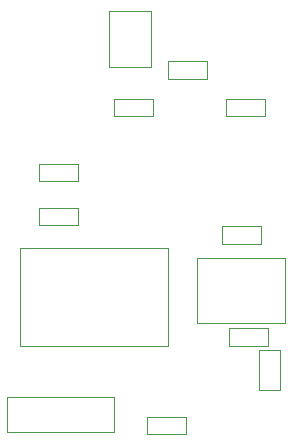
<source format=gbr>
G04 #@! TF.GenerationSoftware,KiCad,Pcbnew,6.0.5-a6ca702e91~116~ubuntu20.04.1*
G04 #@! TF.CreationDate,2022-06-20T16:09:37+05:30*
G04 #@! TF.ProjectId,BackEnd_HeavyDevice_v6,4261636b-456e-4645-9f48-656176794465,rev?*
G04 #@! TF.SameCoordinates,Original*
G04 #@! TF.FileFunction,Other,User*
%FSLAX46Y46*%
G04 Gerber Fmt 4.6, Leading zero omitted, Abs format (unit mm)*
G04 Created by KiCad (PCBNEW 6.0.5-a6ca702e91~116~ubuntu20.04.1) date 2022-06-20 16:09:37*
%MOMM*%
%LPD*%
G01*
G04 APERTURE LIST*
%ADD10C,0.050000*%
G04 APERTURE END LIST*
D10*
X138750000Y-108030000D02*
X138750000Y-106570000D01*
X135450000Y-106570000D02*
X135450000Y-108030000D01*
X135450000Y-108030000D02*
X138750000Y-108030000D01*
X138750000Y-106570000D02*
X135450000Y-106570000D01*
X138220000Y-127800000D02*
X138220000Y-131200000D01*
X138220000Y-131200000D02*
X139980000Y-131200000D01*
X139980000Y-127800000D02*
X138220000Y-127800000D01*
X139980000Y-131200000D02*
X139980000Y-127800000D01*
X116900000Y-134788000D02*
X125900000Y-134788000D01*
X125900000Y-131812000D02*
X125900000Y-134788000D01*
X116900000Y-134788000D02*
X116900000Y-131812000D01*
X125900000Y-131812000D02*
X116900000Y-131812000D01*
X130550000Y-104830000D02*
X133850000Y-104830000D01*
X133850000Y-103370000D02*
X130550000Y-103370000D01*
X133850000Y-104830000D02*
X133850000Y-103370000D01*
X130550000Y-103370000D02*
X130550000Y-104830000D01*
X129250000Y-106570000D02*
X125950000Y-106570000D01*
X125950000Y-106570000D02*
X125950000Y-108030000D01*
X125950000Y-108030000D02*
X129250000Y-108030000D01*
X129250000Y-108030000D02*
X129250000Y-106570000D01*
X128750000Y-133470000D02*
X128750000Y-134930000D01*
X132050000Y-134930000D02*
X132050000Y-133470000D01*
X132050000Y-133470000D02*
X128750000Y-133470000D01*
X128750000Y-134930000D02*
X132050000Y-134930000D01*
X129107000Y-103854000D02*
X125507000Y-103854000D01*
X125507000Y-99094000D02*
X125507000Y-103854000D01*
X129107000Y-103854000D02*
X129107000Y-99094000D01*
X125507000Y-99094000D02*
X129107000Y-99094000D01*
X117971000Y-119172000D02*
X130471000Y-119172000D01*
X117971000Y-127472000D02*
X117971000Y-119172000D01*
X130471000Y-119172000D02*
X130471000Y-127472000D01*
X130471000Y-127472000D02*
X117971000Y-127472000D01*
X119550000Y-115770000D02*
X119550000Y-117230000D01*
X119550000Y-117230000D02*
X122850000Y-117230000D01*
X122850000Y-117230000D02*
X122850000Y-115770000D01*
X122850000Y-115770000D02*
X119550000Y-115770000D01*
X119605000Y-113481000D02*
X122905000Y-113481000D01*
X122905000Y-113481000D02*
X122905000Y-112021000D01*
X119605000Y-112021000D02*
X119605000Y-113481000D01*
X122905000Y-112021000D02*
X119605000Y-112021000D01*
X132965000Y-125490000D02*
X132965000Y-119990000D01*
X140385000Y-125490000D02*
X140385000Y-119990000D01*
X132965000Y-125490000D02*
X140385000Y-125490000D01*
X132965000Y-119990000D02*
X140385000Y-119990000D01*
X138950000Y-127430000D02*
X138950000Y-125970000D01*
X135650000Y-127430000D02*
X138950000Y-127430000D01*
X135650000Y-125970000D02*
X135650000Y-127430000D01*
X138950000Y-125970000D02*
X135650000Y-125970000D01*
X135076000Y-118804000D02*
X138376000Y-118804000D01*
X135076000Y-117344000D02*
X135076000Y-118804000D01*
X138376000Y-118804000D02*
X138376000Y-117344000D01*
X138376000Y-117344000D02*
X135076000Y-117344000D01*
M02*

</source>
